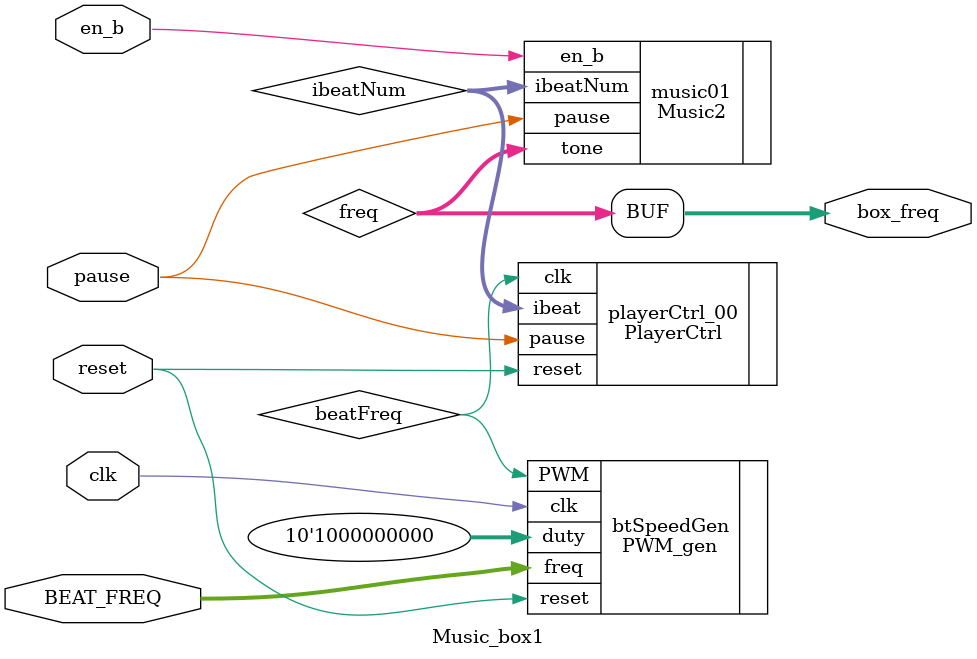
<source format=v>
module Music_box1(clk,reset,BEAT_FREQ,box_freq,pause,en_b);

	input clk,reset,en_b,pause;
	input [31:0] BEAT_FREQ;
	output reg [31:0] box_freq;
	wire [31:0] freq;
	
	parameter Memory_Length = 1000;
	parameter DUTY_BEST = 10'd512;	//duty cycle=50%
	
	wire beatFreq;
	wire [7:0]ibeatNum;
	
	
	PWM_gen btSpeedGen ( 
		.clk(clk), 
		.reset(reset),
		.freq(BEAT_FREQ),
		.duty(DUTY_BEST), 
		.PWM(beatFreq)
	);
	
	PlayerCtrl playerCtrl_00 (
		.pause(pause),
		.clk(beatFreq),
		.reset(reset),
		.ibeat(ibeatNum)
	);
	
	Music2 music01 (
		.ibeatNum(ibeatNum),
		.en_b(en_b),
		.pause(pause),
		.tone(freq)
	);
	
	always@(*) begin
		box_freq = freq;
	end
	
	
endmodule

</source>
